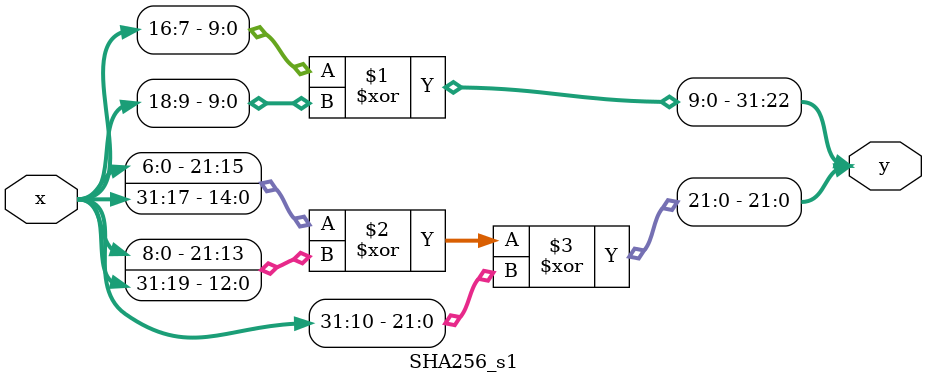
<source format=v>
/*
*
* Copyright (c) 2011 fpgaminer@bitcoin-mining.com
*
*
*
* This program is free software: you can redistribute it and/or modify
* it under the terms of the GNU General Public License as published by
* the Free Software Foundation, either version 3 of the License, or
* (at your option) any later version.
*
* This program is distributed in the hope that it will be useful,
* but WITHOUT ANY WARRANTY; without even the implied warranty of
* MERCHANTABILITY or FITNESS FOR A PARTICULAR PURPOSE.  See the
* GNU General Public License for more details.
*
* You should have received a copy of the GNU General Public License
* along with this program.  If not, see <http://www.gnu.org/licenses/>.
* 
*/

module SHA256_e0 (x, y);

	input [31:0] x;
	output [31:0] y;

	assign y = {x[1:0],x[31:2]} ^ {x[12:0],x[31:13]} ^ {x[21:0],x[31:22]};

endmodule


module SHA256_e1 (x, y);

	input [31:0] x;
	output [31:0] y;

	assign y = {x[5:0],x[31:6]} ^ {x[10:0],x[31:11]} ^ {x[24:0],x[31:25]};

endmodule


module SHA256_ch (x, y, z, o);

	input [31:0] x, y, z;
	output [31:0] o;

	assign o = z ^ (x & (y ^ z));

endmodule


module SHA256_maj (x, y, z, o);

	input [31:0] x, y, z;
	output [31:0] o;

	assign o = (x & y) | (z & (x | y));

endmodule


module SHA256_s0 (x, y);

	input [31:0] x;
	output [31:0] y;

	assign y[31:29] = x[6:4] ^ x[17:15];
	assign y[28:0] = {x[3:0], x[31:7]} ^ {x[14:0],x[31:18]} ^ x[31:3];

endmodule


module SHA256_s1 (x, y);

	input [31:0] x;
	output [31:0] y;

	assign y[31:22] = x[16:7] ^ x[18:9];
	assign y[21:0] = {x[6:0],x[31:17]} ^ {x[8:0],x[31:19]} ^ x[31:10];

endmodule



</source>
